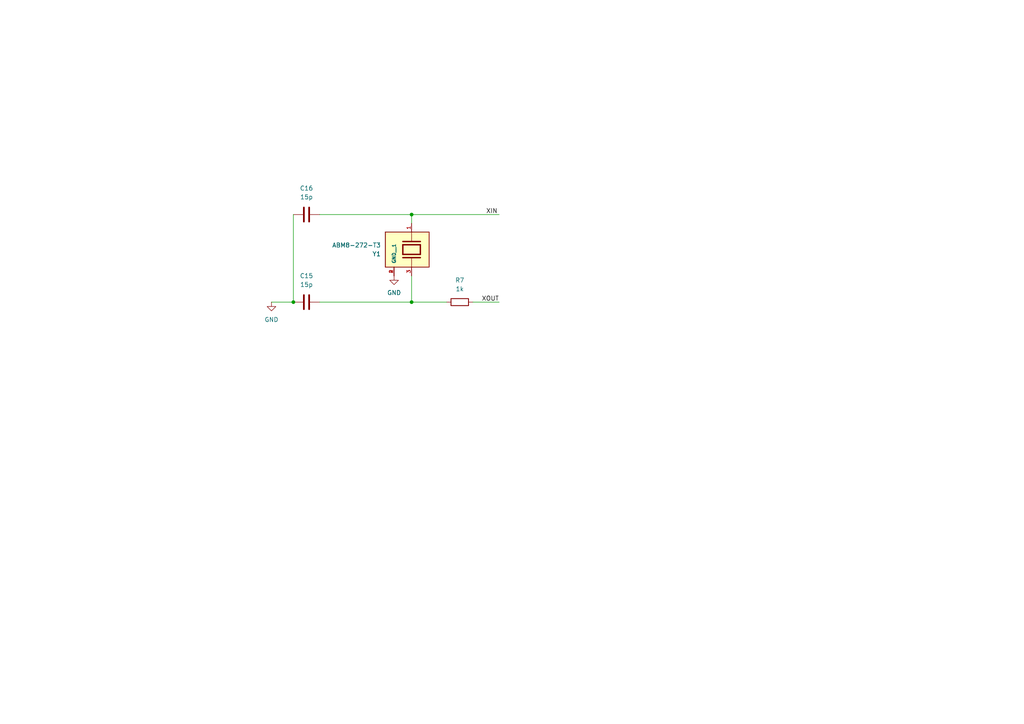
<source format=kicad_sch>
(kicad_sch (version 20250114) (generator "eeschema") (generator_version "9.0")
  (paper "A4")
  (lib_symbols
    (symbol "ABM8-272-T3:ABM8-272-T3" (pin_names (offset 1.016))
      (property "Reference" "Y" (at -5.0878 6.3559 0))
      (property "Value" "ABM8-272-T3" (at -5.0944 -10.16 0))
      (symbol "ABM8-272-T3_0_0"
        (polyline (pts (xy -5.08 0) (xy -2.54 0)) (stroke (width 0.1524)))
        (rectangle (start -5.08 -7.62) (end 5.08 5.08) (stroke (width 0.254)) (fill (type background)))
        (polyline (pts (xy -2.3368 2.54) (xy -2.3368 -2.54)) (stroke (width 0.4064)))
        (polyline (pts (xy -1.397 2.54) (xy -1.397 -2.54)) (stroke (width 0.4064)))
        (polyline (pts (xy -1.397 2.54) (xy 1.397 2.54)) (stroke (width 0.4064)))
        (polyline (pts (xy 1.397 2.54) (xy 1.397 -2.54)) (stroke (width 0.4064)))
        (polyline (pts (xy 1.397 -2.54) (xy -1.397 -2.54)) (stroke (width 0.4064)))
        (polyline (pts (xy 2.3368 2.54) (xy 2.3368 -2.54)) (stroke (width 0.4064)))
        (polyline (pts (xy 2.54 0) (xy 5.08 0)) (stroke (width 0.1524)))
        (pin passive line (at -7.62 0 0) (length 2.54) (name "~") (number "1"))
        (pin passive line (at 7.62 0 180) (length 2.54) (name "~") (number "3"))
        (pin power_in line (at 7.62 -5.08 180) (length 2.54) (name "GND") (number "2"))
        (pin power_in line (at 7.62 -5.08 180) (length 2.54) (name "GND__1") (number "4"))
      )
    )
    (symbol "Device:C" (pin_numbers (hide yes)) (pin_names (offset 0.254))
      (property "Reference" "C" (at 0.635 2.54 0))
      (property "Value" "C" (at 0.635 -2.54 0))
      (symbol "C_0_1"
        (polyline (pts (xy -2.032 0.762) (xy 2.032 0.762)) (stroke (width 0.508)))
        (polyline (pts (xy -2.032 -0.762) (xy 2.032 -0.762)) (stroke (width 0.508)))
      )
      (symbol "C_1_1"
        (pin passive line (at 0 3.81 270) (length 2.794) (name "~") (number "1"))
        (pin passive line (at 0 -3.81 90) (length 2.794) (name "~") (number "2"))
      )
    )
    (symbol "Device:R" (pin_numbers (hide yes)) (pin_names (offset 0))
      (property "Reference" "R" (at 2.032 0 90))
      (property "Value" "R" (at 0 0 90))
      (symbol "R_0_1"
        (rectangle (start -1.016 -2.54) (end 1.016 2.54) (stroke (width 0.254)))
      )
      (symbol "R_1_1"
        (pin passive line (at 0 3.81 270) (length 1.27) (name "~") (number "1"))
        (pin passive line (at 0 -3.81 90) (length 1.27) (name "~") (number "2"))
      )
    )
    (symbol "power:GND" (power) (pin_numbers (hide yes)) (pin_names (offset 0) (hide yes))
      (property "Value" "GND" (at 0 -3.81 0))
      (symbol "GND_0_1"
        (polyline (pts (xy 0 0) (xy 0 -1.27) (xy 1.27 -1.27) (xy 0 -2.54) (xy -1.27 -1.27) (xy 0 -1.27)))
      )
      (symbol "GND_1_1"
        (pin power_in line (at 0 0 270) (length 0) (name "~") (number "1"))
      )
    )
  )
  (junction (at 119.38 87.63))
  (junction (at 85.09 87.63))
  (junction (at 119.38 62.23))
  (wire (pts (xy 119.38 87.63) (xy 129.54 87.63)))
  (wire (pts (xy 119.38 62.23) (xy 119.38 64.77)))
  (wire (pts (xy 119.38 80.01) (xy 119.38 87.63)))
  (wire (pts (xy 119.38 62.23) (xy 144.78 62.23)))
  (wire (pts (xy 85.09 62.23) (xy 85.09 87.63)))
  (wire (pts (xy 78.74 87.63) (xy 85.09 87.63)))
  (wire (pts (xy 92.71 87.63) (xy 119.38 87.63)))
  (wire (pts (xy 137.16 87.63) (xy 144.78 87.63)))
  (wire (pts (xy 92.71 62.23) (xy 119.38 62.23)))
  (label "XOUT" (at 139.7 87.63 0))
  (label "XIN" (at 140.97 62.23 0))
  (symbol (lib_id "power:GND") (at 114.3 80.01 0) (unit 1)
    (property "Reference" "#PWR019" (effects (hide yes)))
    (property "Value" "GND" (at 114.3 84.9118 0))
    (property "Description" "Power symbol creates a global label with name \"GND\" , ground" (effects (hide yes)))
  )
  (symbol (lib_id "ABM8-272-T3:ABM8-272-T3") (at 119.38 72.39 270) (unit 1)
    (property "Reference" "Y1" (at 110.49 73.6601 90) (effects (justify right)))
    (property "Value" "ABM8-272-T3" (at 110.49 71.1201 90) (effects (justify right)))
    (property "Footprint" "ABM8-272-T3:XTAL_ABM8-272-T3" (effects (hide yes)))
    (property "MAXIMUM_PACKAGE_HEIGHT" "0.8mm" (effects (hide yes)))
    (property "CREATOR" "DIZAR" (effects (hide yes)))
    (property "STANDARD" "Manufacturer Recommendations" (effects (hide yes)))
    (property "PARTREV" "07-29-20" (effects (hide yes)))
    (property "MANUFACTURER" "ABRACON" (effects (hide yes)))
  )
  (symbol (lib_id "power:GND") (at 78.74 87.63 0) (unit 1)
    (property "Reference" "#PWR018" (effects (hide yes)))
    (property "Value" "GND" (at 78.74 92.71 0))
    (property "Description" "Power symbol creates a global label with name \"GND\" , ground" (effects (hide yes)))
  )
  (symbol (lib_id "Device:R") (at 133.35 87.63 90) (unit 1)
    (property "Reference" "R7" (at 133.35 81.28 90))
    (property "Value" "1k" (at 133.35 83.82 90))
    (property "Description" "Resistor" (effects (hide yes)))
  )
  (symbol (lib_id "Device:C") (at 88.9 62.23 90) (unit 1)
    (property "Reference" "C16" (at 88.9 54.61 90))
    (property "Value" "15p" (at 88.9 57.15 90))
    (property "Description" "Unpolarized capacitor" (effects (hide yes)))
  )
  (symbol (lib_id "Device:C") (at 88.9 87.63 90) (unit 1)
    (property "Reference" "C15" (at 88.9 80.01 90))
    (property "Value" "15p" (at 88.9 82.55 90))
    (property "Description" "Unpolarized capacitor" (effects (hide yes)))
  )
)
</source>
